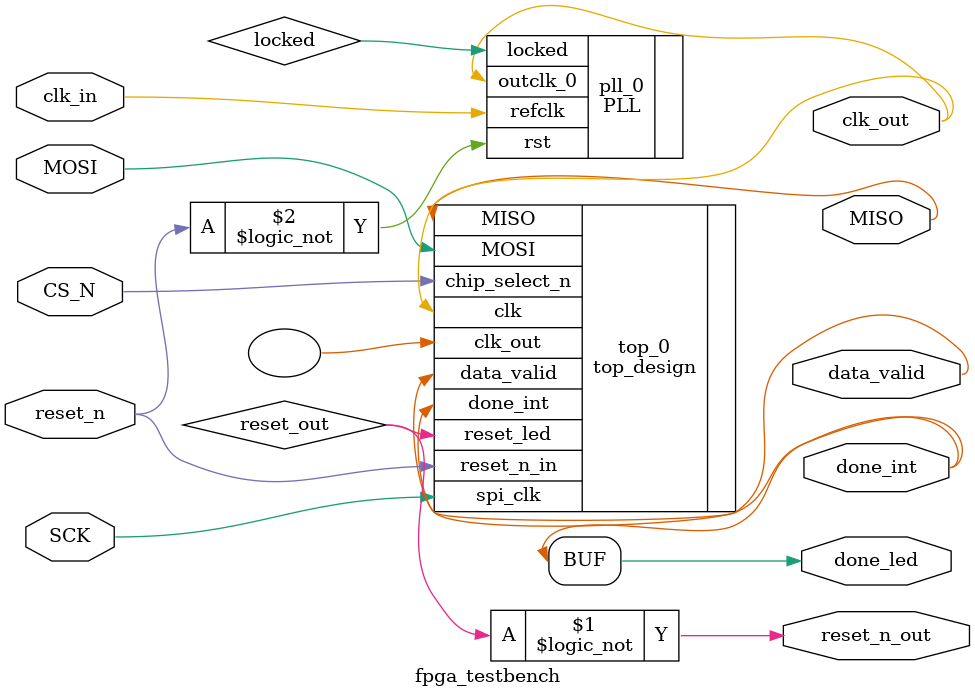
<source format=v>
`timescale 1ns / 1ps


module fpga_testbench(
    input reset_n,
    output MISO,
    input MOSI,
    input SCK,
    input CS_N,
    output done_int,
	 output done_led,
    output data_valid,
    output reset_n_out,
    input clk_in,
    output clk_out
    );
	 

assign done_led = done_int;

assign reset_n_out = !reset_out;

top_design #(
    .WIDTH_WGT(8),
    .DATA_WIDTH(8),
    .PSUM_WIDTH(32),
    .N_PEs(16),
    .N_PEsby4(4),
    .BIAS_WIDTH(16),
    .ALPHA_WIDTH(16),
    .BETA_WIDTH(8),
    
    .WIDTH_ADDR_ACT(12), 
    .WIDTH_ACT_MEM(8), 
    .DEPTH_ACT_MEM(3000),
    .ACT_MEM_HEADER(2'b10),
    
    .WIDTH_ADDR_PARAM(15), 
    .WIDTH_PARAM_MEM(128),
    .DEPTH_PARAM_MEM(25500),
    .PARAM_MEM_HEADER(2'b01),
    
    .WIDTH_ADDR_INST(6),
    .WIDTH_INST_MEM(80), 
    .DEPTH_INST_MEM(64),
    .INST_MEM_HEADER(2'b11),
     
    .WIDTH_SPI_WORD(8),
    .SPI_OUT_ADDRESS_SIZE(4),
    .SPI_IN_ADDRESS_SIZE(4),
    .SPI_OUT_ADDRESS_DEPTH(16),
    
    .WGT_TILE_WIDTH(8)
) top_0 (
    .MISO(MISO),
    .MOSI(MOSI),
    .spi_clk(SCK),
    .chip_select_n(CS_N),
    .clk(clk_out),
    .reset_n_in(reset_n),
    .done_int(done_int),
    .data_valid(data_valid),
    .reset_led(reset_out),
    .clk_out()
);

PLL pll_0 (
		.refclk   (clk_in),   //  refclk.clk
		.rst      (!reset_n),      //   reset.reset
		.outclk_0 (clk_out), // outclk0.clk
		.locked   (locked)    //  locked.export
	);




endmodule

</source>
